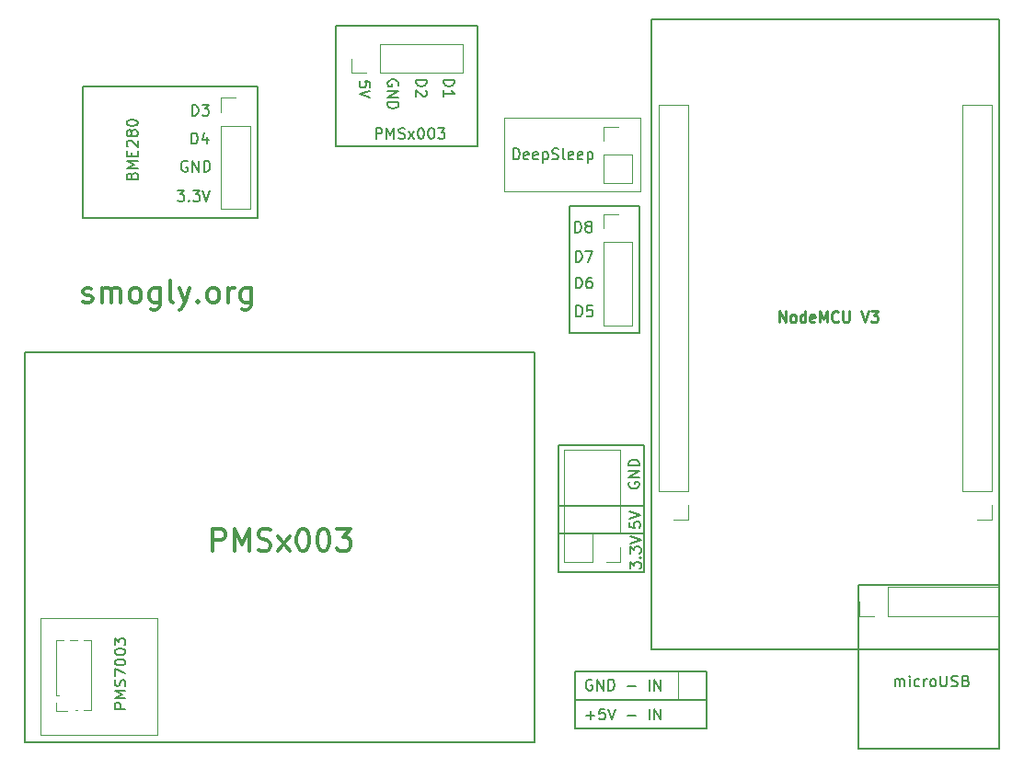
<source format=gbr>
%TF.GenerationSoftware,KiCad,Pcbnew,(5.99.0-10363-g902a2c9f58)*%
%TF.CreationDate,2021-04-20T12:18:22+02:00*%
%TF.ProjectId,Smogly1,536d6f67-6c79-4312-9e6b-696361645f70,rev?*%
%TF.SameCoordinates,Original*%
%TF.FileFunction,Legend,Top*%
%TF.FilePolarity,Positive*%
%FSLAX46Y46*%
G04 Gerber Fmt 4.6, Leading zero omitted, Abs format (unit mm)*
G04 Created by KiCad (PCBNEW (5.99.0-10363-g902a2c9f58)) date 2021-04-20 12:18:22*
%MOMM*%
%LPD*%
G01*
G04 APERTURE LIST*
%ADD10C,0.150000*%
%ADD11C,0.100000*%
%ADD12C,0.250000*%
%ADD13C,0.300000*%
%ADD14C,0.120000*%
G04 APERTURE END LIST*
D10*
X174882380Y-132654285D02*
X173882380Y-132654285D01*
X173882380Y-132273333D01*
X173930000Y-132178095D01*
X173977619Y-132130476D01*
X174072857Y-132082857D01*
X174215714Y-132082857D01*
X174310952Y-132130476D01*
X174358571Y-132178095D01*
X174406190Y-132273333D01*
X174406190Y-132654285D01*
X174882380Y-131654285D02*
X173882380Y-131654285D01*
X174596666Y-131320952D01*
X173882380Y-130987619D01*
X174882380Y-130987619D01*
X174834761Y-130559047D02*
X174882380Y-130416190D01*
X174882380Y-130178095D01*
X174834761Y-130082857D01*
X174787142Y-130035238D01*
X174691904Y-129987619D01*
X174596666Y-129987619D01*
X174501428Y-130035238D01*
X174453809Y-130082857D01*
X174406190Y-130178095D01*
X174358571Y-130368571D01*
X174310952Y-130463809D01*
X174263333Y-130511428D01*
X174168095Y-130559047D01*
X174072857Y-130559047D01*
X173977619Y-130511428D01*
X173930000Y-130463809D01*
X173882380Y-130368571D01*
X173882380Y-130130476D01*
X173930000Y-129987619D01*
X173882380Y-129654285D02*
X173882380Y-128987619D01*
X174882380Y-129416190D01*
X173882380Y-128416190D02*
X173882380Y-128320952D01*
X173930000Y-128225714D01*
X173977619Y-128178095D01*
X174072857Y-128130476D01*
X174263333Y-128082857D01*
X174501428Y-128082857D01*
X174691904Y-128130476D01*
X174787142Y-128178095D01*
X174834761Y-128225714D01*
X174882380Y-128320952D01*
X174882380Y-128416190D01*
X174834761Y-128511428D01*
X174787142Y-128559047D01*
X174691904Y-128606666D01*
X174501428Y-128654285D01*
X174263333Y-128654285D01*
X174072857Y-128606666D01*
X173977619Y-128559047D01*
X173930000Y-128511428D01*
X173882380Y-128416190D01*
X173882380Y-127463809D02*
X173882380Y-127368571D01*
X173930000Y-127273333D01*
X173977619Y-127225714D01*
X174072857Y-127178095D01*
X174263333Y-127130476D01*
X174501428Y-127130476D01*
X174691904Y-127178095D01*
X174787142Y-127225714D01*
X174834761Y-127273333D01*
X174882380Y-127368571D01*
X174882380Y-127463809D01*
X174834761Y-127559047D01*
X174787142Y-127606666D01*
X174691904Y-127654285D01*
X174501428Y-127701904D01*
X174263333Y-127701904D01*
X174072857Y-127654285D01*
X173977619Y-127606666D01*
X173930000Y-127559047D01*
X173882380Y-127463809D01*
X173882380Y-126797142D02*
X173882380Y-126178095D01*
X174263333Y-126511428D01*
X174263333Y-126368571D01*
X174310952Y-126273333D01*
X174358571Y-126225714D01*
X174453809Y-126178095D01*
X174691904Y-126178095D01*
X174787142Y-126225714D01*
X174834761Y-126273333D01*
X174882380Y-126368571D01*
X174882380Y-126654285D01*
X174834761Y-126749523D01*
X174787142Y-126797142D01*
D11*
X177840000Y-124320000D02*
X167090000Y-124320000D01*
X177840000Y-135070000D02*
X167090000Y-135070000D01*
X177840000Y-135070000D02*
X177840000Y-124320000D01*
X167090000Y-135070000D02*
X167090000Y-124320000D01*
X222290000Y-85020000D02*
X209700000Y-85020000D01*
X209700000Y-78270000D02*
X222290000Y-78270000D01*
D10*
X228380000Y-131855000D02*
X216250000Y-131855000D01*
X216250000Y-131855000D02*
X216250000Y-134450000D01*
X216250000Y-134450000D02*
X228380000Y-134450000D01*
X228380000Y-134450000D02*
X228380000Y-131855000D01*
X214750000Y-113950000D02*
X222600000Y-113950000D01*
X222600000Y-113950000D02*
X222600000Y-116550000D01*
X222600000Y-116550000D02*
X214750000Y-116550000D01*
X214750000Y-116550000D02*
X214750000Y-113950000D01*
X194200000Y-69810000D02*
X207300000Y-69810000D01*
X207300000Y-69810000D02*
X207300000Y-80910000D01*
X207300000Y-80910000D02*
X194200000Y-80910000D01*
X194200000Y-80910000D02*
X194200000Y-69810000D01*
D11*
X209700000Y-85020000D02*
X209700000Y-78270000D01*
D10*
X222210000Y-86400000D02*
X215720000Y-86400000D01*
X215720000Y-86400000D02*
X215720000Y-98080000D01*
X215720000Y-98080000D02*
X222210000Y-98080000D01*
X222210000Y-98080000D02*
X222210000Y-86400000D01*
D11*
X222290000Y-78270000D02*
X222290000Y-85020000D01*
D10*
X222600000Y-116550000D02*
X214750000Y-116550000D01*
X214750000Y-116550000D02*
X214750000Y-120050000D01*
X214750000Y-120050000D02*
X222600000Y-120050000D01*
X222600000Y-120050000D02*
X222600000Y-116550000D01*
X165650000Y-135700000D02*
X212500000Y-135700000D01*
X212500000Y-135700000D02*
X212500000Y-99850000D01*
X212500000Y-99850000D02*
X165650000Y-99850000D01*
X165650000Y-99850000D02*
X165650000Y-135700000D01*
X222600000Y-113950000D02*
X214750000Y-113950000D01*
X214750000Y-113950000D02*
X214750000Y-108400000D01*
X214750000Y-108400000D02*
X222600000Y-108400000D01*
X222600000Y-108400000D02*
X222600000Y-113950000D01*
X170950000Y-87450000D02*
X187050000Y-87450000D01*
X187050000Y-87450000D02*
X187050000Y-75400000D01*
X187050000Y-75400000D02*
X170950000Y-75400000D01*
X170950000Y-75400000D02*
X170950000Y-87450000D01*
X255300000Y-69150000D02*
X223250000Y-69150000D01*
X223250000Y-69150000D02*
X223250000Y-127150000D01*
X223250000Y-127150000D02*
X255300000Y-127150000D01*
X255300000Y-127150000D02*
X255300000Y-69150000D01*
X255300000Y-136350000D02*
X242300000Y-136350000D01*
X242300000Y-136350000D02*
X242300000Y-121300000D01*
X242300000Y-121300000D02*
X255300000Y-121300000D01*
X255300000Y-121300000D02*
X255300000Y-136350000D01*
X216250000Y-131860000D02*
X228380000Y-131860000D01*
X228380000Y-131860000D02*
X228380000Y-129255000D01*
X228380000Y-129255000D02*
X216250000Y-129255000D01*
X216250000Y-129255000D02*
X216250000Y-131860000D01*
X216261904Y-88802380D02*
X216261904Y-87802380D01*
X216500000Y-87802380D01*
X216642857Y-87850000D01*
X216738095Y-87945238D01*
X216785714Y-88040476D01*
X216833333Y-88230952D01*
X216833333Y-88373809D01*
X216785714Y-88564285D01*
X216738095Y-88659523D01*
X216642857Y-88754761D01*
X216500000Y-88802380D01*
X216261904Y-88802380D01*
X217404761Y-88230952D02*
X217309523Y-88183333D01*
X217261904Y-88135714D01*
X217214285Y-88040476D01*
X217214285Y-87992857D01*
X217261904Y-87897619D01*
X217309523Y-87850000D01*
X217404761Y-87802380D01*
X217595238Y-87802380D01*
X217690476Y-87850000D01*
X217738095Y-87897619D01*
X217785714Y-87992857D01*
X217785714Y-88040476D01*
X217738095Y-88135714D01*
X217690476Y-88183333D01*
X217595238Y-88230952D01*
X217404761Y-88230952D01*
X217309523Y-88278571D01*
X217261904Y-88326190D01*
X217214285Y-88421428D01*
X217214285Y-88611904D01*
X217261904Y-88707142D01*
X217309523Y-88754761D01*
X217404761Y-88802380D01*
X217595238Y-88802380D01*
X217690476Y-88754761D01*
X217738095Y-88707142D01*
X217785714Y-88611904D01*
X217785714Y-88421428D01*
X217738095Y-88326190D01*
X217690476Y-88278571D01*
X217595238Y-88230952D01*
X245692857Y-130602380D02*
X245692857Y-129935714D01*
X245692857Y-130030952D02*
X245740476Y-129983333D01*
X245835714Y-129935714D01*
X245978571Y-129935714D01*
X246073809Y-129983333D01*
X246121428Y-130078571D01*
X246121428Y-130602380D01*
X246121428Y-130078571D02*
X246169047Y-129983333D01*
X246264285Y-129935714D01*
X246407142Y-129935714D01*
X246502380Y-129983333D01*
X246550000Y-130078571D01*
X246550000Y-130602380D01*
X247026190Y-130602380D02*
X247026190Y-129935714D01*
X247026190Y-129602380D02*
X246978571Y-129650000D01*
X247026190Y-129697619D01*
X247073809Y-129650000D01*
X247026190Y-129602380D01*
X247026190Y-129697619D01*
X247930952Y-130554761D02*
X247835714Y-130602380D01*
X247645238Y-130602380D01*
X247550000Y-130554761D01*
X247502380Y-130507142D01*
X247454761Y-130411904D01*
X247454761Y-130126190D01*
X247502380Y-130030952D01*
X247550000Y-129983333D01*
X247645238Y-129935714D01*
X247835714Y-129935714D01*
X247930952Y-129983333D01*
X248359523Y-130602380D02*
X248359523Y-129935714D01*
X248359523Y-130126190D02*
X248407142Y-130030952D01*
X248454761Y-129983333D01*
X248550000Y-129935714D01*
X248645238Y-129935714D01*
X249121428Y-130602380D02*
X249026190Y-130554761D01*
X248978571Y-130507142D01*
X248930952Y-130411904D01*
X248930952Y-130126190D01*
X248978571Y-130030952D01*
X249026190Y-129983333D01*
X249121428Y-129935714D01*
X249264285Y-129935714D01*
X249359523Y-129983333D01*
X249407142Y-130030952D01*
X249454761Y-130126190D01*
X249454761Y-130411904D01*
X249407142Y-130507142D01*
X249359523Y-130554761D01*
X249264285Y-130602380D01*
X249121428Y-130602380D01*
X249883333Y-129602380D02*
X249883333Y-130411904D01*
X249930952Y-130507142D01*
X249978571Y-130554761D01*
X250073809Y-130602380D01*
X250264285Y-130602380D01*
X250359523Y-130554761D01*
X250407142Y-130507142D01*
X250454761Y-130411904D01*
X250454761Y-129602380D01*
X250883333Y-130554761D02*
X251026190Y-130602380D01*
X251264285Y-130602380D01*
X251359523Y-130554761D01*
X251407142Y-130507142D01*
X251454761Y-130411904D01*
X251454761Y-130316666D01*
X251407142Y-130221428D01*
X251359523Y-130173809D01*
X251264285Y-130126190D01*
X251073809Y-130078571D01*
X250978571Y-130030952D01*
X250930952Y-129983333D01*
X250883333Y-129888095D01*
X250883333Y-129792857D01*
X250930952Y-129697619D01*
X250978571Y-129650000D01*
X251073809Y-129602380D01*
X251311904Y-129602380D01*
X251454761Y-129650000D01*
X252216666Y-130078571D02*
X252359523Y-130126190D01*
X252407142Y-130173809D01*
X252454761Y-130269047D01*
X252454761Y-130411904D01*
X252407142Y-130507142D01*
X252359523Y-130554761D01*
X252264285Y-130602380D01*
X251883333Y-130602380D01*
X251883333Y-129602380D01*
X252216666Y-129602380D01*
X252311904Y-129650000D01*
X252359523Y-129697619D01*
X252407142Y-129792857D01*
X252407142Y-129888095D01*
X252359523Y-129983333D01*
X252311904Y-130030952D01*
X252216666Y-130078571D01*
X251883333Y-130078571D01*
X221200000Y-111811904D02*
X221152380Y-111907142D01*
X221152380Y-112050000D01*
X221200000Y-112192857D01*
X221295238Y-112288095D01*
X221390476Y-112335714D01*
X221580952Y-112383333D01*
X221723809Y-112383333D01*
X221914285Y-112335714D01*
X222009523Y-112288095D01*
X222104761Y-112192857D01*
X222152380Y-112050000D01*
X222152380Y-111954761D01*
X222104761Y-111811904D01*
X222057142Y-111764285D01*
X221723809Y-111764285D01*
X221723809Y-111954761D01*
X222152380Y-111335714D02*
X221152380Y-111335714D01*
X222152380Y-110764285D01*
X221152380Y-110764285D01*
X222152380Y-110288095D02*
X221152380Y-110288095D01*
X221152380Y-110050000D01*
X221200000Y-109907142D01*
X221295238Y-109811904D01*
X221390476Y-109764285D01*
X221580952Y-109716666D01*
X221723809Y-109716666D01*
X221914285Y-109764285D01*
X222009523Y-109811904D01*
X222104761Y-109907142D01*
X222152380Y-110050000D01*
X222152380Y-110288095D01*
X210580952Y-82082380D02*
X210580952Y-81082380D01*
X210819047Y-81082380D01*
X210961904Y-81130000D01*
X211057142Y-81225238D01*
X211104761Y-81320476D01*
X211152380Y-81510952D01*
X211152380Y-81653809D01*
X211104761Y-81844285D01*
X211057142Y-81939523D01*
X210961904Y-82034761D01*
X210819047Y-82082380D01*
X210580952Y-82082380D01*
X211961904Y-82034761D02*
X211866666Y-82082380D01*
X211676190Y-82082380D01*
X211580952Y-82034761D01*
X211533333Y-81939523D01*
X211533333Y-81558571D01*
X211580952Y-81463333D01*
X211676190Y-81415714D01*
X211866666Y-81415714D01*
X211961904Y-81463333D01*
X212009523Y-81558571D01*
X212009523Y-81653809D01*
X211533333Y-81749047D01*
X212819047Y-82034761D02*
X212723809Y-82082380D01*
X212533333Y-82082380D01*
X212438095Y-82034761D01*
X212390476Y-81939523D01*
X212390476Y-81558571D01*
X212438095Y-81463333D01*
X212533333Y-81415714D01*
X212723809Y-81415714D01*
X212819047Y-81463333D01*
X212866666Y-81558571D01*
X212866666Y-81653809D01*
X212390476Y-81749047D01*
X213295238Y-81415714D02*
X213295238Y-82415714D01*
X213295238Y-81463333D02*
X213390476Y-81415714D01*
X213580952Y-81415714D01*
X213676190Y-81463333D01*
X213723809Y-81510952D01*
X213771428Y-81606190D01*
X213771428Y-81891904D01*
X213723809Y-81987142D01*
X213676190Y-82034761D01*
X213580952Y-82082380D01*
X213390476Y-82082380D01*
X213295238Y-82034761D01*
X214152380Y-82034761D02*
X214295238Y-82082380D01*
X214533333Y-82082380D01*
X214628571Y-82034761D01*
X214676190Y-81987142D01*
X214723809Y-81891904D01*
X214723809Y-81796666D01*
X214676190Y-81701428D01*
X214628571Y-81653809D01*
X214533333Y-81606190D01*
X214342857Y-81558571D01*
X214247619Y-81510952D01*
X214200000Y-81463333D01*
X214152380Y-81368095D01*
X214152380Y-81272857D01*
X214200000Y-81177619D01*
X214247619Y-81130000D01*
X214342857Y-81082380D01*
X214580952Y-81082380D01*
X214723809Y-81130000D01*
X215295238Y-82082380D02*
X215200000Y-82034761D01*
X215152380Y-81939523D01*
X215152380Y-81082380D01*
X216057142Y-82034761D02*
X215961904Y-82082380D01*
X215771428Y-82082380D01*
X215676190Y-82034761D01*
X215628571Y-81939523D01*
X215628571Y-81558571D01*
X215676190Y-81463333D01*
X215771428Y-81415714D01*
X215961904Y-81415714D01*
X216057142Y-81463333D01*
X216104761Y-81558571D01*
X216104761Y-81653809D01*
X215628571Y-81749047D01*
X216914285Y-82034761D02*
X216819047Y-82082380D01*
X216628571Y-82082380D01*
X216533333Y-82034761D01*
X216485714Y-81939523D01*
X216485714Y-81558571D01*
X216533333Y-81463333D01*
X216628571Y-81415714D01*
X216819047Y-81415714D01*
X216914285Y-81463333D01*
X216961904Y-81558571D01*
X216961904Y-81653809D01*
X216485714Y-81749047D01*
X217390476Y-81415714D02*
X217390476Y-82415714D01*
X217390476Y-81463333D02*
X217485714Y-81415714D01*
X217676190Y-81415714D01*
X217771428Y-81463333D01*
X217819047Y-81510952D01*
X217866666Y-81606190D01*
X217866666Y-81891904D01*
X217819047Y-81987142D01*
X217771428Y-82034761D01*
X217676190Y-82082380D01*
X217485714Y-82082380D01*
X217390476Y-82034761D01*
X197397619Y-75419523D02*
X197397619Y-74943333D01*
X196921428Y-74895714D01*
X196969047Y-74943333D01*
X197016666Y-75038571D01*
X197016666Y-75276666D01*
X196969047Y-75371904D01*
X196921428Y-75419523D01*
X196826190Y-75467142D01*
X196588095Y-75467142D01*
X196492857Y-75419523D01*
X196445238Y-75371904D01*
X196397619Y-75276666D01*
X196397619Y-75038571D01*
X196445238Y-74943333D01*
X196492857Y-74895714D01*
X197397619Y-75752857D02*
X196397619Y-76086190D01*
X197397619Y-76419523D01*
X216361904Y-96552380D02*
X216361904Y-95552380D01*
X216600000Y-95552380D01*
X216742857Y-95600000D01*
X216838095Y-95695238D01*
X216885714Y-95790476D01*
X216933333Y-95980952D01*
X216933333Y-96123809D01*
X216885714Y-96314285D01*
X216838095Y-96409523D01*
X216742857Y-96504761D01*
X216600000Y-96552380D01*
X216361904Y-96552380D01*
X217838095Y-95552380D02*
X217361904Y-95552380D01*
X217314285Y-96028571D01*
X217361904Y-95980952D01*
X217457142Y-95933333D01*
X217695238Y-95933333D01*
X217790476Y-95980952D01*
X217838095Y-96028571D01*
X217885714Y-96123809D01*
X217885714Y-96361904D01*
X217838095Y-96457142D01*
X217790476Y-96504761D01*
X217695238Y-96552380D01*
X217457142Y-96552380D01*
X217361904Y-96504761D01*
X217314285Y-96457142D01*
X180961904Y-80652380D02*
X180961904Y-79652380D01*
X181200000Y-79652380D01*
X181342857Y-79700000D01*
X181438095Y-79795238D01*
X181485714Y-79890476D01*
X181533333Y-80080952D01*
X181533333Y-80223809D01*
X181485714Y-80414285D01*
X181438095Y-80509523D01*
X181342857Y-80604761D01*
X181200000Y-80652380D01*
X180961904Y-80652380D01*
X182390476Y-79985714D02*
X182390476Y-80652380D01*
X182152380Y-79604761D02*
X181914285Y-80319047D01*
X182533333Y-80319047D01*
X216311904Y-91502380D02*
X216311904Y-90502380D01*
X216550000Y-90502380D01*
X216692857Y-90550000D01*
X216788095Y-90645238D01*
X216835714Y-90740476D01*
X216883333Y-90930952D01*
X216883333Y-91073809D01*
X216835714Y-91264285D01*
X216788095Y-91359523D01*
X216692857Y-91454761D01*
X216550000Y-91502380D01*
X216311904Y-91502380D01*
X217216666Y-90502380D02*
X217883333Y-90502380D01*
X217454761Y-91502380D01*
X180568095Y-82260000D02*
X180472857Y-82212380D01*
X180330000Y-82212380D01*
X180187142Y-82260000D01*
X180091904Y-82355238D01*
X180044285Y-82450476D01*
X179996666Y-82640952D01*
X179996666Y-82783809D01*
X180044285Y-82974285D01*
X180091904Y-83069523D01*
X180187142Y-83164761D01*
X180330000Y-83212380D01*
X180425238Y-83212380D01*
X180568095Y-83164761D01*
X180615714Y-83117142D01*
X180615714Y-82783809D01*
X180425238Y-82783809D01*
X181044285Y-83212380D02*
X181044285Y-82212380D01*
X181615714Y-83212380D01*
X181615714Y-82212380D01*
X182091904Y-83212380D02*
X182091904Y-82212380D01*
X182330000Y-82212380D01*
X182472857Y-82260000D01*
X182568095Y-82355238D01*
X182615714Y-82450476D01*
X182663333Y-82640952D01*
X182663333Y-82783809D01*
X182615714Y-82974285D01*
X182568095Y-83069523D01*
X182472857Y-83164761D01*
X182330000Y-83212380D01*
X182091904Y-83212380D01*
D12*
X235050000Y-97052380D02*
X235050000Y-96052380D01*
X235621428Y-97052380D01*
X235621428Y-96052380D01*
X236240476Y-97052380D02*
X236145238Y-97004761D01*
X236097619Y-96957142D01*
X236050000Y-96861904D01*
X236050000Y-96576190D01*
X236097619Y-96480952D01*
X236145238Y-96433333D01*
X236240476Y-96385714D01*
X236383333Y-96385714D01*
X236478571Y-96433333D01*
X236526190Y-96480952D01*
X236573809Y-96576190D01*
X236573809Y-96861904D01*
X236526190Y-96957142D01*
X236478571Y-97004761D01*
X236383333Y-97052380D01*
X236240476Y-97052380D01*
X237430952Y-97052380D02*
X237430952Y-96052380D01*
X237430952Y-97004761D02*
X237335714Y-97052380D01*
X237145238Y-97052380D01*
X237050000Y-97004761D01*
X237002380Y-96957142D01*
X236954761Y-96861904D01*
X236954761Y-96576190D01*
X237002380Y-96480952D01*
X237050000Y-96433333D01*
X237145238Y-96385714D01*
X237335714Y-96385714D01*
X237430952Y-96433333D01*
X238288095Y-97004761D02*
X238192857Y-97052380D01*
X238002380Y-97052380D01*
X237907142Y-97004761D01*
X237859523Y-96909523D01*
X237859523Y-96528571D01*
X237907142Y-96433333D01*
X238002380Y-96385714D01*
X238192857Y-96385714D01*
X238288095Y-96433333D01*
X238335714Y-96528571D01*
X238335714Y-96623809D01*
X237859523Y-96719047D01*
X238764285Y-97052380D02*
X238764285Y-96052380D01*
X239097619Y-96766666D01*
X239430952Y-96052380D01*
X239430952Y-97052380D01*
X240478571Y-96957142D02*
X240430952Y-97004761D01*
X240288095Y-97052380D01*
X240192857Y-97052380D01*
X240050000Y-97004761D01*
X239954761Y-96909523D01*
X239907142Y-96814285D01*
X239859523Y-96623809D01*
X239859523Y-96480952D01*
X239907142Y-96290476D01*
X239954761Y-96195238D01*
X240050000Y-96100000D01*
X240192857Y-96052380D01*
X240288095Y-96052380D01*
X240430952Y-96100000D01*
X240478571Y-96147619D01*
X240907142Y-96052380D02*
X240907142Y-96861904D01*
X240954761Y-96957142D01*
X241002380Y-97004761D01*
X241097619Y-97052380D01*
X241288095Y-97052380D01*
X241383333Y-97004761D01*
X241430952Y-96957142D01*
X241478571Y-96861904D01*
X241478571Y-96052380D01*
X242573809Y-96052380D02*
X242907142Y-97052380D01*
X243240476Y-96052380D01*
X243478571Y-96052380D02*
X244097619Y-96052380D01*
X243764285Y-96433333D01*
X243907142Y-96433333D01*
X244002380Y-96480952D01*
X244050000Y-96528571D01*
X244097619Y-96623809D01*
X244097619Y-96861904D01*
X244050000Y-96957142D01*
X244002380Y-97004761D01*
X243907142Y-97052380D01*
X243621428Y-97052380D01*
X243526190Y-97004761D01*
X243478571Y-96957142D01*
D10*
X221252380Y-115490476D02*
X221252380Y-115966666D01*
X221728571Y-116014285D01*
X221680952Y-115966666D01*
X221633333Y-115871428D01*
X221633333Y-115633333D01*
X221680952Y-115538095D01*
X221728571Y-115490476D01*
X221823809Y-115442857D01*
X222061904Y-115442857D01*
X222157142Y-115490476D01*
X222204761Y-115538095D01*
X222252380Y-115633333D01*
X222252380Y-115871428D01*
X222204761Y-115966666D01*
X222157142Y-116014285D01*
X221252380Y-115157142D02*
X222252380Y-114823809D01*
X221252380Y-114490476D01*
D13*
X170988095Y-95159523D02*
X171178571Y-95254761D01*
X171559523Y-95254761D01*
X171750000Y-95159523D01*
X171845238Y-94969047D01*
X171845238Y-94873809D01*
X171750000Y-94683333D01*
X171559523Y-94588095D01*
X171273809Y-94588095D01*
X171083333Y-94492857D01*
X170988095Y-94302380D01*
X170988095Y-94207142D01*
X171083333Y-94016666D01*
X171273809Y-93921428D01*
X171559523Y-93921428D01*
X171750000Y-94016666D01*
X172702380Y-95254761D02*
X172702380Y-93921428D01*
X172702380Y-94111904D02*
X172797619Y-94016666D01*
X172988095Y-93921428D01*
X173273809Y-93921428D01*
X173464285Y-94016666D01*
X173559523Y-94207142D01*
X173559523Y-95254761D01*
X173559523Y-94207142D02*
X173654761Y-94016666D01*
X173845238Y-93921428D01*
X174130952Y-93921428D01*
X174321428Y-94016666D01*
X174416666Y-94207142D01*
X174416666Y-95254761D01*
X175654761Y-95254761D02*
X175464285Y-95159523D01*
X175369047Y-95064285D01*
X175273809Y-94873809D01*
X175273809Y-94302380D01*
X175369047Y-94111904D01*
X175464285Y-94016666D01*
X175654761Y-93921428D01*
X175940476Y-93921428D01*
X176130952Y-94016666D01*
X176226190Y-94111904D01*
X176321428Y-94302380D01*
X176321428Y-94873809D01*
X176226190Y-95064285D01*
X176130952Y-95159523D01*
X175940476Y-95254761D01*
X175654761Y-95254761D01*
X178035714Y-93921428D02*
X178035714Y-95540476D01*
X177940476Y-95730952D01*
X177845238Y-95826190D01*
X177654761Y-95921428D01*
X177369047Y-95921428D01*
X177178571Y-95826190D01*
X178035714Y-95159523D02*
X177845238Y-95254761D01*
X177464285Y-95254761D01*
X177273809Y-95159523D01*
X177178571Y-95064285D01*
X177083333Y-94873809D01*
X177083333Y-94302380D01*
X177178571Y-94111904D01*
X177273809Y-94016666D01*
X177464285Y-93921428D01*
X177845238Y-93921428D01*
X178035714Y-94016666D01*
X179273809Y-95254761D02*
X179083333Y-95159523D01*
X178988095Y-94969047D01*
X178988095Y-93254761D01*
X179845238Y-93921428D02*
X180321428Y-95254761D01*
X180797619Y-93921428D02*
X180321428Y-95254761D01*
X180130952Y-95730952D01*
X180035714Y-95826190D01*
X179845238Y-95921428D01*
X181559523Y-95064285D02*
X181654761Y-95159523D01*
X181559523Y-95254761D01*
X181464285Y-95159523D01*
X181559523Y-95064285D01*
X181559523Y-95254761D01*
X182797619Y-95254761D02*
X182607142Y-95159523D01*
X182511904Y-95064285D01*
X182416666Y-94873809D01*
X182416666Y-94302380D01*
X182511904Y-94111904D01*
X182607142Y-94016666D01*
X182797619Y-93921428D01*
X183083333Y-93921428D01*
X183273809Y-94016666D01*
X183369047Y-94111904D01*
X183464285Y-94302380D01*
X183464285Y-94873809D01*
X183369047Y-95064285D01*
X183273809Y-95159523D01*
X183083333Y-95254761D01*
X182797619Y-95254761D01*
X184321428Y-95254761D02*
X184321428Y-93921428D01*
X184321428Y-94302380D02*
X184416666Y-94111904D01*
X184511904Y-94016666D01*
X184702380Y-93921428D01*
X184892857Y-93921428D01*
X186416666Y-93921428D02*
X186416666Y-95540476D01*
X186321428Y-95730952D01*
X186226190Y-95826190D01*
X186035714Y-95921428D01*
X185750000Y-95921428D01*
X185559523Y-95826190D01*
X186416666Y-95159523D02*
X186226190Y-95254761D01*
X185845238Y-95254761D01*
X185654761Y-95159523D01*
X185559523Y-95064285D01*
X185464285Y-94873809D01*
X185464285Y-94302380D01*
X185559523Y-94111904D01*
X185654761Y-94016666D01*
X185845238Y-93921428D01*
X186226190Y-93921428D01*
X186416666Y-94016666D01*
D10*
X221302380Y-119776190D02*
X221302380Y-119157142D01*
X221683333Y-119490476D01*
X221683333Y-119347619D01*
X221730952Y-119252380D01*
X221778571Y-119204761D01*
X221873809Y-119157142D01*
X222111904Y-119157142D01*
X222207142Y-119204761D01*
X222254761Y-119252380D01*
X222302380Y-119347619D01*
X222302380Y-119633333D01*
X222254761Y-119728571D01*
X222207142Y-119776190D01*
X222207142Y-118728571D02*
X222254761Y-118680952D01*
X222302380Y-118728571D01*
X222254761Y-118776190D01*
X222207142Y-118728571D01*
X222302380Y-118728571D01*
X221302380Y-118347619D02*
X221302380Y-117728571D01*
X221683333Y-118061904D01*
X221683333Y-117919047D01*
X221730952Y-117823809D01*
X221778571Y-117776190D01*
X221873809Y-117728571D01*
X222111904Y-117728571D01*
X222207142Y-117776190D01*
X222254761Y-117823809D01*
X222302380Y-117919047D01*
X222302380Y-118204761D01*
X222254761Y-118300000D01*
X222207142Y-118347619D01*
X221302380Y-117442857D02*
X222302380Y-117109523D01*
X221302380Y-116776190D01*
X197927142Y-80182380D02*
X197927142Y-79182380D01*
X198308095Y-79182380D01*
X198403333Y-79230000D01*
X198450952Y-79277619D01*
X198498571Y-79372857D01*
X198498571Y-79515714D01*
X198450952Y-79610952D01*
X198403333Y-79658571D01*
X198308095Y-79706190D01*
X197927142Y-79706190D01*
X198927142Y-80182380D02*
X198927142Y-79182380D01*
X199260476Y-79896666D01*
X199593809Y-79182380D01*
X199593809Y-80182380D01*
X200022380Y-80134761D02*
X200165238Y-80182380D01*
X200403333Y-80182380D01*
X200498571Y-80134761D01*
X200546190Y-80087142D01*
X200593809Y-79991904D01*
X200593809Y-79896666D01*
X200546190Y-79801428D01*
X200498571Y-79753809D01*
X200403333Y-79706190D01*
X200212857Y-79658571D01*
X200117619Y-79610952D01*
X200070000Y-79563333D01*
X200022380Y-79468095D01*
X200022380Y-79372857D01*
X200070000Y-79277619D01*
X200117619Y-79230000D01*
X200212857Y-79182380D01*
X200450952Y-79182380D01*
X200593809Y-79230000D01*
X200927142Y-80182380D02*
X201450952Y-79515714D01*
X200927142Y-79515714D02*
X201450952Y-80182380D01*
X202022380Y-79182380D02*
X202117619Y-79182380D01*
X202212857Y-79230000D01*
X202260476Y-79277619D01*
X202308095Y-79372857D01*
X202355714Y-79563333D01*
X202355714Y-79801428D01*
X202308095Y-79991904D01*
X202260476Y-80087142D01*
X202212857Y-80134761D01*
X202117619Y-80182380D01*
X202022380Y-80182380D01*
X201927142Y-80134761D01*
X201879523Y-80087142D01*
X201831904Y-79991904D01*
X201784285Y-79801428D01*
X201784285Y-79563333D01*
X201831904Y-79372857D01*
X201879523Y-79277619D01*
X201927142Y-79230000D01*
X202022380Y-79182380D01*
X202974761Y-79182380D02*
X203070000Y-79182380D01*
X203165238Y-79230000D01*
X203212857Y-79277619D01*
X203260476Y-79372857D01*
X203308095Y-79563333D01*
X203308095Y-79801428D01*
X203260476Y-79991904D01*
X203212857Y-80087142D01*
X203165238Y-80134761D01*
X203070000Y-80182380D01*
X202974761Y-80182380D01*
X202879523Y-80134761D01*
X202831904Y-80087142D01*
X202784285Y-79991904D01*
X202736666Y-79801428D01*
X202736666Y-79563333D01*
X202784285Y-79372857D01*
X202831904Y-79277619D01*
X202879523Y-79230000D01*
X202974761Y-79182380D01*
X203641428Y-79182380D02*
X204260476Y-79182380D01*
X203927142Y-79563333D01*
X204070000Y-79563333D01*
X204165238Y-79610952D01*
X204212857Y-79658571D01*
X204260476Y-79753809D01*
X204260476Y-79991904D01*
X204212857Y-80087142D01*
X204165238Y-80134761D01*
X204070000Y-80182380D01*
X203784285Y-80182380D01*
X203689047Y-80134761D01*
X203641428Y-80087142D01*
X199950000Y-75298095D02*
X199997619Y-75202857D01*
X199997619Y-75060000D01*
X199950000Y-74917142D01*
X199854761Y-74821904D01*
X199759523Y-74774285D01*
X199569047Y-74726666D01*
X199426190Y-74726666D01*
X199235714Y-74774285D01*
X199140476Y-74821904D01*
X199045238Y-74917142D01*
X198997619Y-75060000D01*
X198997619Y-75155238D01*
X199045238Y-75298095D01*
X199092857Y-75345714D01*
X199426190Y-75345714D01*
X199426190Y-75155238D01*
X198997619Y-75774285D02*
X199997619Y-75774285D01*
X198997619Y-76345714D01*
X199997619Y-76345714D01*
X198997619Y-76821904D02*
X199997619Y-76821904D01*
X199997619Y-77060000D01*
X199950000Y-77202857D01*
X199854761Y-77298095D01*
X199759523Y-77345714D01*
X199569047Y-77393333D01*
X199426190Y-77393333D01*
X199235714Y-77345714D01*
X199140476Y-77298095D01*
X199045238Y-77202857D01*
X198997619Y-77060000D01*
X198997619Y-76821904D01*
X204147619Y-74771904D02*
X205147619Y-74771904D01*
X205147619Y-75010000D01*
X205100000Y-75152857D01*
X205004761Y-75248095D01*
X204909523Y-75295714D01*
X204719047Y-75343333D01*
X204576190Y-75343333D01*
X204385714Y-75295714D01*
X204290476Y-75248095D01*
X204195238Y-75152857D01*
X204147619Y-75010000D01*
X204147619Y-74771904D01*
X204147619Y-76295714D02*
X204147619Y-75724285D01*
X204147619Y-76010000D02*
X205147619Y-76010000D01*
X205004761Y-75914761D01*
X204909523Y-75819523D01*
X204861904Y-75724285D01*
D13*
X182914285Y-118104761D02*
X182914285Y-116104761D01*
X183676190Y-116104761D01*
X183866666Y-116200000D01*
X183961904Y-116295238D01*
X184057142Y-116485714D01*
X184057142Y-116771428D01*
X183961904Y-116961904D01*
X183866666Y-117057142D01*
X183676190Y-117152380D01*
X182914285Y-117152380D01*
X184914285Y-118104761D02*
X184914285Y-116104761D01*
X185580952Y-117533333D01*
X186247619Y-116104761D01*
X186247619Y-118104761D01*
X187104761Y-118009523D02*
X187390476Y-118104761D01*
X187866666Y-118104761D01*
X188057142Y-118009523D01*
X188152380Y-117914285D01*
X188247619Y-117723809D01*
X188247619Y-117533333D01*
X188152380Y-117342857D01*
X188057142Y-117247619D01*
X187866666Y-117152380D01*
X187485714Y-117057142D01*
X187295238Y-116961904D01*
X187200000Y-116866666D01*
X187104761Y-116676190D01*
X187104761Y-116485714D01*
X187200000Y-116295238D01*
X187295238Y-116200000D01*
X187485714Y-116104761D01*
X187961904Y-116104761D01*
X188247619Y-116200000D01*
X188914285Y-118104761D02*
X189961904Y-116771428D01*
X188914285Y-116771428D02*
X189961904Y-118104761D01*
X191104761Y-116104761D02*
X191295238Y-116104761D01*
X191485714Y-116200000D01*
X191580952Y-116295238D01*
X191676190Y-116485714D01*
X191771428Y-116866666D01*
X191771428Y-117342857D01*
X191676190Y-117723809D01*
X191580952Y-117914285D01*
X191485714Y-118009523D01*
X191295238Y-118104761D01*
X191104761Y-118104761D01*
X190914285Y-118009523D01*
X190819047Y-117914285D01*
X190723809Y-117723809D01*
X190628571Y-117342857D01*
X190628571Y-116866666D01*
X190723809Y-116485714D01*
X190819047Y-116295238D01*
X190914285Y-116200000D01*
X191104761Y-116104761D01*
X193009523Y-116104761D02*
X193200000Y-116104761D01*
X193390476Y-116200000D01*
X193485714Y-116295238D01*
X193580952Y-116485714D01*
X193676190Y-116866666D01*
X193676190Y-117342857D01*
X193580952Y-117723809D01*
X193485714Y-117914285D01*
X193390476Y-118009523D01*
X193200000Y-118104761D01*
X193009523Y-118104761D01*
X192819047Y-118009523D01*
X192723809Y-117914285D01*
X192628571Y-117723809D01*
X192533333Y-117342857D01*
X192533333Y-116866666D01*
X192628571Y-116485714D01*
X192723809Y-116295238D01*
X192819047Y-116200000D01*
X193009523Y-116104761D01*
X194342857Y-116104761D02*
X195580952Y-116104761D01*
X194914285Y-116866666D01*
X195200000Y-116866666D01*
X195390476Y-116961904D01*
X195485714Y-117057142D01*
X195580952Y-117247619D01*
X195580952Y-117723809D01*
X195485714Y-117914285D01*
X195390476Y-118009523D01*
X195200000Y-118104761D01*
X194628571Y-118104761D01*
X194438095Y-118009523D01*
X194342857Y-117914285D01*
D10*
X216311904Y-93952380D02*
X216311904Y-92952380D01*
X216550000Y-92952380D01*
X216692857Y-93000000D01*
X216788095Y-93095238D01*
X216835714Y-93190476D01*
X216883333Y-93380952D01*
X216883333Y-93523809D01*
X216835714Y-93714285D01*
X216788095Y-93809523D01*
X216692857Y-93904761D01*
X216550000Y-93952380D01*
X216311904Y-93952380D01*
X217740476Y-92952380D02*
X217550000Y-92952380D01*
X217454761Y-93000000D01*
X217407142Y-93047619D01*
X217311904Y-93190476D01*
X217264285Y-93380952D01*
X217264285Y-93761904D01*
X217311904Y-93857142D01*
X217359523Y-93904761D01*
X217454761Y-93952380D01*
X217645238Y-93952380D01*
X217740476Y-93904761D01*
X217788095Y-93857142D01*
X217835714Y-93761904D01*
X217835714Y-93523809D01*
X217788095Y-93428571D01*
X217740476Y-93380952D01*
X217645238Y-93333333D01*
X217454761Y-93333333D01*
X217359523Y-93380952D01*
X217311904Y-93428571D01*
X217264285Y-93523809D01*
X217795238Y-130005000D02*
X217700000Y-129957380D01*
X217557142Y-129957380D01*
X217414285Y-130005000D01*
X217319047Y-130100238D01*
X217271428Y-130195476D01*
X217223809Y-130385952D01*
X217223809Y-130528809D01*
X217271428Y-130719285D01*
X217319047Y-130814523D01*
X217414285Y-130909761D01*
X217557142Y-130957380D01*
X217652380Y-130957380D01*
X217795238Y-130909761D01*
X217842857Y-130862142D01*
X217842857Y-130528809D01*
X217652380Y-130528809D01*
X218271428Y-130957380D02*
X218271428Y-129957380D01*
X218842857Y-130957380D01*
X218842857Y-129957380D01*
X219319047Y-130957380D02*
X219319047Y-129957380D01*
X219557142Y-129957380D01*
X219700000Y-130005000D01*
X219795238Y-130100238D01*
X219842857Y-130195476D01*
X219890476Y-130385952D01*
X219890476Y-130528809D01*
X219842857Y-130719285D01*
X219795238Y-130814523D01*
X219700000Y-130909761D01*
X219557142Y-130957380D01*
X219319047Y-130957380D01*
X221080952Y-130576428D02*
X221842857Y-130576428D01*
X223080952Y-130957380D02*
X223080952Y-129957380D01*
X223557142Y-130957380D02*
X223557142Y-129957380D01*
X224128571Y-130957380D01*
X224128571Y-129957380D01*
X201597619Y-74771904D02*
X202597619Y-74771904D01*
X202597619Y-75010000D01*
X202550000Y-75152857D01*
X202454761Y-75248095D01*
X202359523Y-75295714D01*
X202169047Y-75343333D01*
X202026190Y-75343333D01*
X201835714Y-75295714D01*
X201740476Y-75248095D01*
X201645238Y-75152857D01*
X201597619Y-75010000D01*
X201597619Y-74771904D01*
X202502380Y-75724285D02*
X202550000Y-75771904D01*
X202597619Y-75867142D01*
X202597619Y-76105238D01*
X202550000Y-76200476D01*
X202502380Y-76248095D01*
X202407142Y-76295714D01*
X202311904Y-76295714D01*
X202169047Y-76248095D01*
X201597619Y-75676666D01*
X201597619Y-76295714D01*
X181011904Y-78052380D02*
X181011904Y-77052380D01*
X181250000Y-77052380D01*
X181392857Y-77100000D01*
X181488095Y-77195238D01*
X181535714Y-77290476D01*
X181583333Y-77480952D01*
X181583333Y-77623809D01*
X181535714Y-77814285D01*
X181488095Y-77909523D01*
X181392857Y-78004761D01*
X181250000Y-78052380D01*
X181011904Y-78052380D01*
X181916666Y-77052380D02*
X182535714Y-77052380D01*
X182202380Y-77433333D01*
X182345238Y-77433333D01*
X182440476Y-77480952D01*
X182488095Y-77528571D01*
X182535714Y-77623809D01*
X182535714Y-77861904D01*
X182488095Y-77957142D01*
X182440476Y-78004761D01*
X182345238Y-78052380D01*
X182059523Y-78052380D01*
X181964285Y-78004761D01*
X181916666Y-77957142D01*
X217271428Y-133271428D02*
X218033333Y-133271428D01*
X217652380Y-133652380D02*
X217652380Y-132890476D01*
X218985714Y-132652380D02*
X218509523Y-132652380D01*
X218461904Y-133128571D01*
X218509523Y-133080952D01*
X218604761Y-133033333D01*
X218842857Y-133033333D01*
X218938095Y-133080952D01*
X218985714Y-133128571D01*
X219033333Y-133223809D01*
X219033333Y-133461904D01*
X218985714Y-133557142D01*
X218938095Y-133604761D01*
X218842857Y-133652380D01*
X218604761Y-133652380D01*
X218509523Y-133604761D01*
X218461904Y-133557142D01*
X219319047Y-132652380D02*
X219652380Y-133652380D01*
X219985714Y-132652380D01*
X221080952Y-133271428D02*
X221842857Y-133271428D01*
X223080952Y-133652380D02*
X223080952Y-132652380D01*
X223557142Y-133652380D02*
X223557142Y-132652380D01*
X224128571Y-133652380D01*
X224128571Y-132652380D01*
X175478571Y-83580952D02*
X175526190Y-83438095D01*
X175573809Y-83390476D01*
X175669047Y-83342857D01*
X175811904Y-83342857D01*
X175907142Y-83390476D01*
X175954761Y-83438095D01*
X176002380Y-83533333D01*
X176002380Y-83914285D01*
X175002380Y-83914285D01*
X175002380Y-83580952D01*
X175050000Y-83485714D01*
X175097619Y-83438095D01*
X175192857Y-83390476D01*
X175288095Y-83390476D01*
X175383333Y-83438095D01*
X175430952Y-83485714D01*
X175478571Y-83580952D01*
X175478571Y-83914285D01*
X176002380Y-82914285D02*
X175002380Y-82914285D01*
X175716666Y-82580952D01*
X175002380Y-82247619D01*
X176002380Y-82247619D01*
X175478571Y-81771428D02*
X175478571Y-81438095D01*
X176002380Y-81295238D02*
X176002380Y-81771428D01*
X175002380Y-81771428D01*
X175002380Y-81295238D01*
X175097619Y-80914285D02*
X175050000Y-80866666D01*
X175002380Y-80771428D01*
X175002380Y-80533333D01*
X175050000Y-80438095D01*
X175097619Y-80390476D01*
X175192857Y-80342857D01*
X175288095Y-80342857D01*
X175430952Y-80390476D01*
X176002380Y-80961904D01*
X176002380Y-80342857D01*
X175430952Y-79771428D02*
X175383333Y-79866666D01*
X175335714Y-79914285D01*
X175240476Y-79961904D01*
X175192857Y-79961904D01*
X175097619Y-79914285D01*
X175050000Y-79866666D01*
X175002380Y-79771428D01*
X175002380Y-79580952D01*
X175050000Y-79485714D01*
X175097619Y-79438095D01*
X175192857Y-79390476D01*
X175240476Y-79390476D01*
X175335714Y-79438095D01*
X175383333Y-79485714D01*
X175430952Y-79580952D01*
X175430952Y-79771428D01*
X175478571Y-79866666D01*
X175526190Y-79914285D01*
X175621428Y-79961904D01*
X175811904Y-79961904D01*
X175907142Y-79914285D01*
X175954761Y-79866666D01*
X176002380Y-79771428D01*
X176002380Y-79580952D01*
X175954761Y-79485714D01*
X175907142Y-79438095D01*
X175811904Y-79390476D01*
X175621428Y-79390476D01*
X175526190Y-79438095D01*
X175478571Y-79485714D01*
X175430952Y-79580952D01*
X175002380Y-78771428D02*
X175002380Y-78676190D01*
X175050000Y-78580952D01*
X175097619Y-78533333D01*
X175192857Y-78485714D01*
X175383333Y-78438095D01*
X175621428Y-78438095D01*
X175811904Y-78485714D01*
X175907142Y-78533333D01*
X175954761Y-78580952D01*
X176002380Y-78676190D01*
X176002380Y-78771428D01*
X175954761Y-78866666D01*
X175907142Y-78914285D01*
X175811904Y-78961904D01*
X175621428Y-79009523D01*
X175383333Y-79009523D01*
X175192857Y-78961904D01*
X175097619Y-78914285D01*
X175050000Y-78866666D01*
X175002380Y-78771428D01*
X179663809Y-84932380D02*
X180282857Y-84932380D01*
X179949523Y-85313333D01*
X180092380Y-85313333D01*
X180187619Y-85360952D01*
X180235238Y-85408571D01*
X180282857Y-85503809D01*
X180282857Y-85741904D01*
X180235238Y-85837142D01*
X180187619Y-85884761D01*
X180092380Y-85932380D01*
X179806666Y-85932380D01*
X179711428Y-85884761D01*
X179663809Y-85837142D01*
X180711428Y-85837142D02*
X180759047Y-85884761D01*
X180711428Y-85932380D01*
X180663809Y-85884761D01*
X180711428Y-85837142D01*
X180711428Y-85932380D01*
X181092380Y-84932380D02*
X181711428Y-84932380D01*
X181378095Y-85313333D01*
X181520952Y-85313333D01*
X181616190Y-85360952D01*
X181663809Y-85408571D01*
X181711428Y-85503809D01*
X181711428Y-85741904D01*
X181663809Y-85837142D01*
X181616190Y-85884761D01*
X181520952Y-85932380D01*
X181235238Y-85932380D01*
X181140000Y-85884761D01*
X181092380Y-85837142D01*
X181997142Y-84932380D02*
X182330476Y-85932380D01*
X182663809Y-84932380D01*
D14*
%TO.C,J9*%
X169480000Y-132840000D02*
X168530000Y-132840000D01*
X168530000Y-132840000D02*
X168530000Y-132080000D01*
X168720000Y-131445000D02*
X168530000Y-131445000D01*
X168530000Y-131445000D02*
X168530000Y-126305000D01*
X170442470Y-126305000D02*
X169787530Y-126305000D01*
X171700000Y-126305000D02*
X171057530Y-126305000D01*
X169172470Y-126305000D02*
X168530000Y-126305000D01*
X171700000Y-132775000D02*
X171700000Y-126305000D01*
X170442470Y-132775000D02*
X170240000Y-132775000D01*
X171700000Y-132775000D02*
X171057530Y-132775000D01*
%TO.C,J2*%
X205950000Y-74140000D02*
X205950000Y-71480000D01*
X197000000Y-74140000D02*
X195670000Y-74140000D01*
X198270000Y-74140000D02*
X198270000Y-71480000D01*
X195670000Y-74140000D02*
X195670000Y-72810000D01*
X198270000Y-71480000D02*
X205950000Y-71480000D01*
X198270000Y-74140000D02*
X205950000Y-74140000D01*
%TO.C,J1*%
X228380000Y-134455000D02*
X227050000Y-134455000D01*
X228380000Y-133125000D02*
X228380000Y-134455000D01*
X225720000Y-131855000D02*
X225720000Y-129255000D01*
X228380000Y-131855000D02*
X225720000Y-131855000D01*
X228380000Y-129255000D02*
X225720000Y-129255000D01*
X228380000Y-131855000D02*
X228380000Y-129255000D01*
%TO.C,J8*%
X218870000Y-89720000D02*
X221530000Y-89720000D01*
X218870000Y-87120000D02*
X220200000Y-87120000D01*
X221530000Y-89720000D02*
X221530000Y-97400000D01*
X218870000Y-89720000D02*
X218870000Y-97400000D01*
X218870000Y-97400000D02*
X221530000Y-97400000D01*
X218870000Y-88450000D02*
X218870000Y-87120000D01*
%TO.C,J6*%
X218870000Y-79070000D02*
X220200000Y-79070000D01*
X218870000Y-81670000D02*
X221530000Y-81670000D01*
X221530000Y-81670000D02*
X221530000Y-84270000D01*
X218870000Y-84270000D02*
X221530000Y-84270000D01*
X218870000Y-81670000D02*
X218870000Y-84270000D01*
X218870000Y-80400000D02*
X218870000Y-79070000D01*
%TO.C,J10*%
X251920000Y-112650000D02*
X251920000Y-77030000D01*
X254580000Y-112650000D02*
X251920000Y-112650000D01*
X254580000Y-77030000D02*
X251920000Y-77030000D01*
X254580000Y-112650000D02*
X254580000Y-77030000D01*
X254580000Y-113920000D02*
X254580000Y-115250000D01*
X254580000Y-115250000D02*
X253250000Y-115250000D01*
%TO.C,J5*%
X217830000Y-116530000D02*
X217830000Y-119130000D01*
X215230000Y-119130000D02*
X215230000Y-108850000D01*
X220430000Y-119130000D02*
X219100000Y-119130000D01*
X220430000Y-108850000D02*
X215230000Y-108850000D01*
X220430000Y-116530000D02*
X217830000Y-116530000D01*
X220430000Y-117800000D02*
X220430000Y-119130000D01*
X220430000Y-116530000D02*
X220430000Y-108850000D01*
X217830000Y-119130000D02*
X215230000Y-119130000D01*
%TO.C,J11*%
X223980000Y-112650000D02*
X223980000Y-77030000D01*
X226640000Y-115250000D02*
X225310000Y-115250000D01*
X226640000Y-77030000D02*
X223980000Y-77030000D01*
X226640000Y-113920000D02*
X226640000Y-115250000D01*
X226640000Y-112650000D02*
X226640000Y-77030000D01*
X226640000Y-112650000D02*
X223980000Y-112650000D01*
%TO.C,J4*%
X243725000Y-124130000D02*
X242395000Y-124130000D01*
X244995000Y-121470000D02*
X255215000Y-121470000D01*
X244995000Y-124130000D02*
X244995000Y-121470000D01*
X244995000Y-124130000D02*
X255215000Y-124130000D01*
X242395000Y-124130000D02*
X242395000Y-122800000D01*
X255215000Y-124130000D02*
X255215000Y-121470000D01*
%TO.C,J3*%
X186330000Y-78970000D02*
X186330000Y-86650000D01*
X183670000Y-78970000D02*
X183670000Y-86650000D01*
X183670000Y-86650000D02*
X186330000Y-86650000D01*
X183670000Y-77700000D02*
X183670000Y-76370000D01*
X183670000Y-76370000D02*
X185000000Y-76370000D01*
X183670000Y-78970000D02*
X186330000Y-78970000D01*
%TD*%
M02*

</source>
